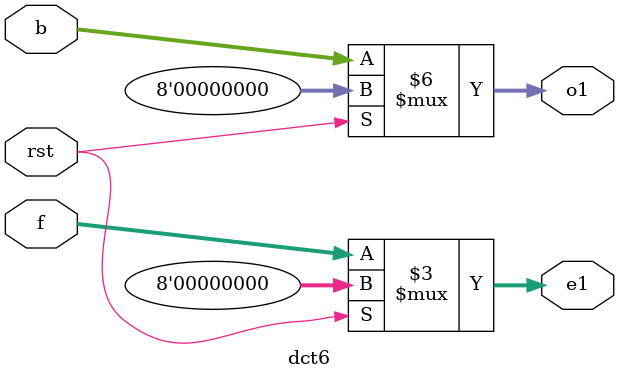
<source format=v>
`timescale 1ns / 1ps
module dct6(
input [7:0] b,f, 
input rst,
output reg [7:0] o1, output reg [7:0] e1 
);
always@(b,f,rst)
begin
  if(rst)
  begin 
   o1<=0;
	e1<=0;
	end
else 
  begin
   o1<=b;
   e1<=f;
end
end
endmodule 
</source>
